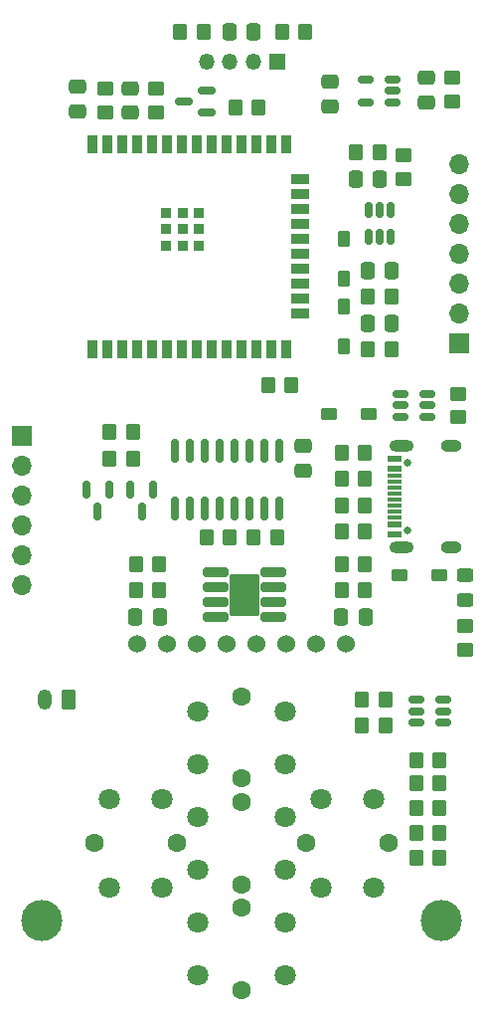
<source format=gbs>
G04 #@! TF.GenerationSoftware,KiCad,Pcbnew,7.0.7*
G04 #@! TF.CreationDate,2023-10-29T22:41:13+02:00*
G04 #@! TF.ProjectId,dif-pressure-meter,6469662d-7072-4657-9373-7572652d6d65,rev?*
G04 #@! TF.SameCoordinates,Original*
G04 #@! TF.FileFunction,Soldermask,Bot*
G04 #@! TF.FilePolarity,Negative*
%FSLAX46Y46*%
G04 Gerber Fmt 4.6, Leading zero omitted, Abs format (unit mm)*
G04 Created by KiCad (PCBNEW 7.0.7) date 2023-10-29 22:41:13*
%MOMM*%
%LPD*%
G01*
G04 APERTURE LIST*
G04 Aperture macros list*
%AMRoundRect*
0 Rectangle with rounded corners*
0 $1 Rounding radius*
0 $2 $3 $4 $5 $6 $7 $8 $9 X,Y pos of 4 corners*
0 Add a 4 corners polygon primitive as box body*
4,1,4,$2,$3,$4,$5,$6,$7,$8,$9,$2,$3,0*
0 Add four circle primitives for the rounded corners*
1,1,$1+$1,$2,$3*
1,1,$1+$1,$4,$5*
1,1,$1+$1,$6,$7*
1,1,$1+$1,$8,$9*
0 Add four rect primitives between the rounded corners*
20,1,$1+$1,$2,$3,$4,$5,0*
20,1,$1+$1,$4,$5,$6,$7,0*
20,1,$1+$1,$6,$7,$8,$9,0*
20,1,$1+$1,$8,$9,$2,$3,0*%
G04 Aperture macros list end*
%ADD10C,1.600000*%
%ADD11C,1.800000*%
%ADD12R,1.350000X1.350000*%
%ADD13O,1.350000X1.350000*%
%ADD14C,1.524000*%
%ADD15RoundRect,0.250000X-0.350000X-0.450000X0.350000X-0.450000X0.350000X0.450000X-0.350000X0.450000X0*%
%ADD16RoundRect,0.250000X0.350000X0.450000X-0.350000X0.450000X-0.350000X-0.450000X0.350000X-0.450000X0*%
%ADD17RoundRect,0.250000X-0.450000X0.350000X-0.450000X-0.350000X0.450000X-0.350000X0.450000X0.350000X0*%
%ADD18RoundRect,0.102000X0.365000X-0.605000X0.365000X0.605000X-0.365000X0.605000X-0.365000X-0.605000X0*%
%ADD19C,3.500000*%
%ADD20R,1.700000X1.700000*%
%ADD21O,1.700000X1.700000*%
%ADD22RoundRect,0.250000X-0.475000X0.337500X-0.475000X-0.337500X0.475000X-0.337500X0.475000X0.337500X0*%
%ADD23R,0.900000X1.500000*%
%ADD24R,1.500000X0.900000*%
%ADD25R,0.900000X0.900000*%
%ADD26RoundRect,0.150000X0.512500X0.150000X-0.512500X0.150000X-0.512500X-0.150000X0.512500X-0.150000X0*%
%ADD27RoundRect,0.150000X0.150000X-0.512500X0.150000X0.512500X-0.150000X0.512500X-0.150000X-0.512500X0*%
%ADD28RoundRect,0.250000X0.337500X0.475000X-0.337500X0.475000X-0.337500X-0.475000X0.337500X-0.475000X0*%
%ADD29RoundRect,0.144000X0.943000X0.258000X-0.943000X0.258000X-0.943000X-0.258000X0.943000X-0.258000X0*%
%ADD30RoundRect,0.102000X1.206500X1.651000X-1.206500X1.651000X-1.206500X-1.651000X1.206500X-1.651000X0*%
%ADD31RoundRect,0.250000X-0.337500X-0.475000X0.337500X-0.475000X0.337500X0.475000X-0.337500X0.475000X0*%
%ADD32RoundRect,0.150000X0.587500X0.150000X-0.587500X0.150000X-0.587500X-0.150000X0.587500X-0.150000X0*%
%ADD33C,0.650000*%
%ADD34R,1.150000X0.600000*%
%ADD35R,1.150000X0.300000*%
%ADD36O,1.800000X1.000000*%
%ADD37O,2.100000X1.000000*%
%ADD38RoundRect,0.102000X-0.605000X-0.365000X0.605000X-0.365000X0.605000X0.365000X-0.605000X0.365000X0*%
%ADD39RoundRect,0.250000X0.450000X-0.350000X0.450000X0.350000X-0.450000X0.350000X-0.450000X-0.350000X0*%
%ADD40RoundRect,0.150000X-0.150000X0.587500X-0.150000X-0.587500X0.150000X-0.587500X0.150000X0.587500X0*%
%ADD41RoundRect,0.150000X0.150000X-0.825000X0.150000X0.825000X-0.150000X0.825000X-0.150000X-0.825000X0*%
%ADD42RoundRect,0.150000X-0.512500X-0.150000X0.512500X-0.150000X0.512500X0.150000X-0.512500X0.150000X0*%
%ADD43RoundRect,0.250000X0.475000X-0.337500X0.475000X0.337500X-0.475000X0.337500X-0.475000X-0.337500X0*%
%ADD44RoundRect,0.250000X0.450000X-0.325000X0.450000X0.325000X-0.450000X0.325000X-0.450000X-0.325000X0*%
%ADD45RoundRect,0.250000X0.350000X0.625000X-0.350000X0.625000X-0.350000X-0.625000X0.350000X-0.625000X0*%
%ADD46O,1.200000X1.750000*%
G04 APERTURE END LIST*
D10*
X123750000Y-106500000D03*
X129250000Y-94000000D03*
X129250000Y-103000000D03*
X129250000Y-112000000D03*
X141750000Y-106500000D03*
D11*
X118000000Y-102750000D03*
X118000000Y-110250000D03*
X125500000Y-95250000D03*
X125500000Y-108750000D03*
X125500000Y-117750000D03*
X133000000Y-95250000D03*
X133000000Y-108750000D03*
X133000000Y-117750000D03*
X140500000Y-102750000D03*
X140500000Y-110250000D03*
D10*
X129250000Y-110000000D03*
D11*
X125500000Y-104250000D03*
X133000000Y-104250000D03*
D10*
X129250000Y-101000000D03*
D11*
X125500000Y-99750000D03*
X133000000Y-99750000D03*
D10*
X134750000Y-106500000D03*
D11*
X136000000Y-102750000D03*
X136000000Y-110250000D03*
D10*
X129250000Y-119000000D03*
D11*
X125500000Y-113250000D03*
X133000000Y-113250000D03*
D10*
X116750000Y-106500000D03*
D11*
X122500000Y-102750000D03*
X122500000Y-110250000D03*
D12*
X132250000Y-40000000D03*
D13*
X130250000Y-40000000D03*
X128250000Y-40000000D03*
X126250000Y-40000000D03*
D14*
X138140000Y-89500000D03*
X135600000Y-89500000D03*
X133060000Y-89500000D03*
X130520000Y-89500000D03*
X127980000Y-89500000D03*
X125440000Y-89500000D03*
X122900000Y-89500000D03*
X120360000Y-89500000D03*
D15*
X130250000Y-80500000D03*
X132250000Y-80500000D03*
D16*
X146100000Y-105600000D03*
X144100000Y-105600000D03*
D17*
X148250000Y-88000000D03*
X148250000Y-90000000D03*
D15*
X137750000Y-82750000D03*
X139750000Y-82750000D03*
X139500000Y-94250000D03*
X141500000Y-94250000D03*
D18*
X138000000Y-60820000D03*
X138000000Y-64180000D03*
D15*
X131500000Y-67500000D03*
X133500000Y-67500000D03*
D19*
X146300000Y-113100000D03*
D16*
X122250000Y-85000000D03*
X120250000Y-85000000D03*
D15*
X139000000Y-47750000D03*
X141000000Y-47750000D03*
D20*
X147750000Y-64000000D03*
D21*
X147750000Y-61460000D03*
X147750000Y-58920000D03*
X147750000Y-56380000D03*
X147750000Y-53840000D03*
X147750000Y-51300000D03*
X147750000Y-48760000D03*
D16*
X146100000Y-107700000D03*
X144100000Y-107700000D03*
D15*
X137750000Y-85000000D03*
X139750000Y-85000000D03*
D18*
X138000000Y-55070000D03*
X138000000Y-58430000D03*
D22*
X136750000Y-41712500D03*
X136750000Y-43787500D03*
D23*
X116500000Y-47000000D03*
X117770000Y-47000000D03*
X119040000Y-47000000D03*
X120310000Y-47000000D03*
X121580000Y-47000000D03*
X122850000Y-47000000D03*
X124120000Y-47000000D03*
X125390000Y-47000000D03*
X126660000Y-47000000D03*
X127930000Y-47000000D03*
X129200000Y-47000000D03*
X130470000Y-47000000D03*
X131740000Y-47000000D03*
X133010000Y-47000000D03*
D24*
X134260000Y-50030000D03*
X134260000Y-51300000D03*
X134260000Y-52570000D03*
X134260000Y-53840000D03*
X134260000Y-55110000D03*
X134260000Y-56380000D03*
X134260000Y-57650000D03*
X134260000Y-58920000D03*
X134260000Y-60190000D03*
X134260000Y-61460000D03*
D23*
X133010000Y-64500000D03*
X131740000Y-64500000D03*
X130470000Y-64500000D03*
X129200000Y-64500000D03*
X127930000Y-64500000D03*
X126660000Y-64500000D03*
X125390000Y-64500000D03*
X124120000Y-64500000D03*
X122850000Y-64500000D03*
X121580000Y-64500000D03*
X120310000Y-64500000D03*
X119040000Y-64500000D03*
X117770000Y-64500000D03*
X116500000Y-64500000D03*
D25*
X125620000Y-52850000D03*
X125620000Y-52850000D03*
X124220000Y-52850000D03*
X122820000Y-52850000D03*
X122820000Y-52850000D03*
X125620000Y-54250000D03*
X125620000Y-54250000D03*
X124220000Y-54250000D03*
X122820000Y-54250000D03*
X125620000Y-55650000D03*
X124220000Y-55650000D03*
X122820000Y-55650000D03*
D15*
X120250000Y-82750000D03*
X122250000Y-82750000D03*
D26*
X145067500Y-68300000D03*
X145067500Y-69250000D03*
X145067500Y-70200000D03*
X142792500Y-70200000D03*
X142792500Y-69250000D03*
X142792500Y-68300000D03*
D27*
X141950000Y-54887500D03*
X141000000Y-54887500D03*
X140050000Y-54887500D03*
X140050000Y-52612500D03*
X141000000Y-52612500D03*
X141950000Y-52612500D03*
D15*
X124000000Y-37500000D03*
X126000000Y-37500000D03*
D16*
X146100000Y-99400000D03*
X144100000Y-99400000D03*
D17*
X147200000Y-41400000D03*
X147200000Y-43400000D03*
D28*
X130287500Y-37500000D03*
X128212500Y-37500000D03*
D29*
X131950000Y-83440000D03*
X131950000Y-84710000D03*
X131950000Y-85980000D03*
X131950000Y-87250000D03*
X127000000Y-87250000D03*
X127000000Y-85980000D03*
X127000000Y-84710000D03*
X127000000Y-83440000D03*
D30*
X129475000Y-85345000D03*
D31*
X138962500Y-50000000D03*
X141037500Y-50000000D03*
D22*
X134500000Y-72712500D03*
X134500000Y-74787500D03*
D16*
X146100000Y-101400000D03*
X144100000Y-101400000D03*
D17*
X147680000Y-68250000D03*
X147680000Y-70250000D03*
D31*
X137712500Y-87250000D03*
X139787500Y-87250000D03*
D32*
X126237500Y-42450000D03*
X126237500Y-44350000D03*
X124362500Y-43400000D03*
D33*
X143395000Y-74110000D03*
X143395000Y-79890000D03*
D34*
X142320000Y-73800000D03*
X142320000Y-74600000D03*
D35*
X142320000Y-75750000D03*
X142320000Y-76750000D03*
X142320000Y-77250000D03*
X142320000Y-78250000D03*
D34*
X142320000Y-79400000D03*
X142320000Y-80200000D03*
X142320000Y-80200000D03*
X142320000Y-79400000D03*
D35*
X142320000Y-78750000D03*
X142320000Y-77750000D03*
X142320000Y-76250000D03*
X142320000Y-75250000D03*
D34*
X142320000Y-74600000D03*
X142320000Y-73800000D03*
D36*
X147075000Y-72680000D03*
D37*
X142895000Y-72680000D03*
D36*
X147075000Y-81320000D03*
D37*
X142895000Y-81320000D03*
D38*
X140080000Y-70000000D03*
X136720000Y-70000000D03*
D15*
X132700000Y-37500000D03*
X134700000Y-37500000D03*
D20*
X110500000Y-71800000D03*
D21*
X110500000Y-74340000D03*
X110500000Y-76880000D03*
X110500000Y-79420000D03*
X110500000Y-81960000D03*
X110500000Y-84500000D03*
D16*
X142000000Y-64500000D03*
X140000000Y-64500000D03*
D39*
X143000000Y-50000000D03*
X143000000Y-48000000D03*
D40*
X119800000Y-76375000D03*
X121700000Y-76375000D03*
X120750000Y-78250000D03*
D15*
X118000000Y-73750000D03*
X120000000Y-73750000D03*
D16*
X139750000Y-80000000D03*
X137750000Y-80000000D03*
D41*
X132445000Y-78028908D03*
X131175000Y-78028908D03*
X129905000Y-78028908D03*
X128635000Y-78028908D03*
X127365000Y-78028908D03*
X126095000Y-78028908D03*
X124825000Y-78028908D03*
X123555000Y-78028908D03*
X123555000Y-73078908D03*
X124825000Y-73078908D03*
X126095000Y-73078908D03*
X127365000Y-73078908D03*
X128635000Y-73078908D03*
X129905000Y-73078908D03*
X131175000Y-73078908D03*
X132445000Y-73078908D03*
D16*
X128250000Y-80500000D03*
X126250000Y-80500000D03*
D19*
X112200000Y-113100000D03*
D42*
X144112500Y-96200000D03*
X144112500Y-95250000D03*
X144112500Y-94300000D03*
X146387500Y-94300000D03*
X146387500Y-95250000D03*
X146387500Y-96200000D03*
D17*
X117600000Y-42300000D03*
X117600000Y-44300000D03*
D40*
X116050000Y-76375000D03*
X117950000Y-76375000D03*
X117000000Y-78250000D03*
D15*
X139500000Y-96500000D03*
X141500000Y-96500000D03*
D39*
X122000000Y-44300000D03*
X122000000Y-42300000D03*
D16*
X146100000Y-103500000D03*
X144100000Y-103500000D03*
D22*
X115300000Y-42162500D03*
X115300000Y-44237500D03*
D26*
X142137500Y-41550000D03*
X142137500Y-42500000D03*
X142137500Y-43450000D03*
X139862500Y-43450000D03*
X139862500Y-41550000D03*
D43*
X145000000Y-43437500D03*
X145000000Y-41362500D03*
D44*
X148250000Y-85775000D03*
X148250000Y-83725000D03*
D28*
X142037500Y-62250000D03*
X139962500Y-62250000D03*
D16*
X139750000Y-77750000D03*
X137750000Y-77750000D03*
X142000000Y-60000000D03*
X140000000Y-60000000D03*
D28*
X142037500Y-57750000D03*
X139962500Y-57750000D03*
D16*
X130700000Y-43900000D03*
X128700000Y-43900000D03*
D38*
X146080000Y-83700000D03*
X142720000Y-83700000D03*
D16*
X120000000Y-71500000D03*
X118000000Y-71500000D03*
X139750000Y-75500000D03*
X137750000Y-75500000D03*
D28*
X122287500Y-87250000D03*
X120212500Y-87250000D03*
D22*
X119800000Y-42262500D03*
X119800000Y-44337500D03*
D16*
X139750000Y-73250000D03*
X137750000Y-73250000D03*
D45*
X114500000Y-94300000D03*
D46*
X112500000Y-94300000D03*
M02*

</source>
